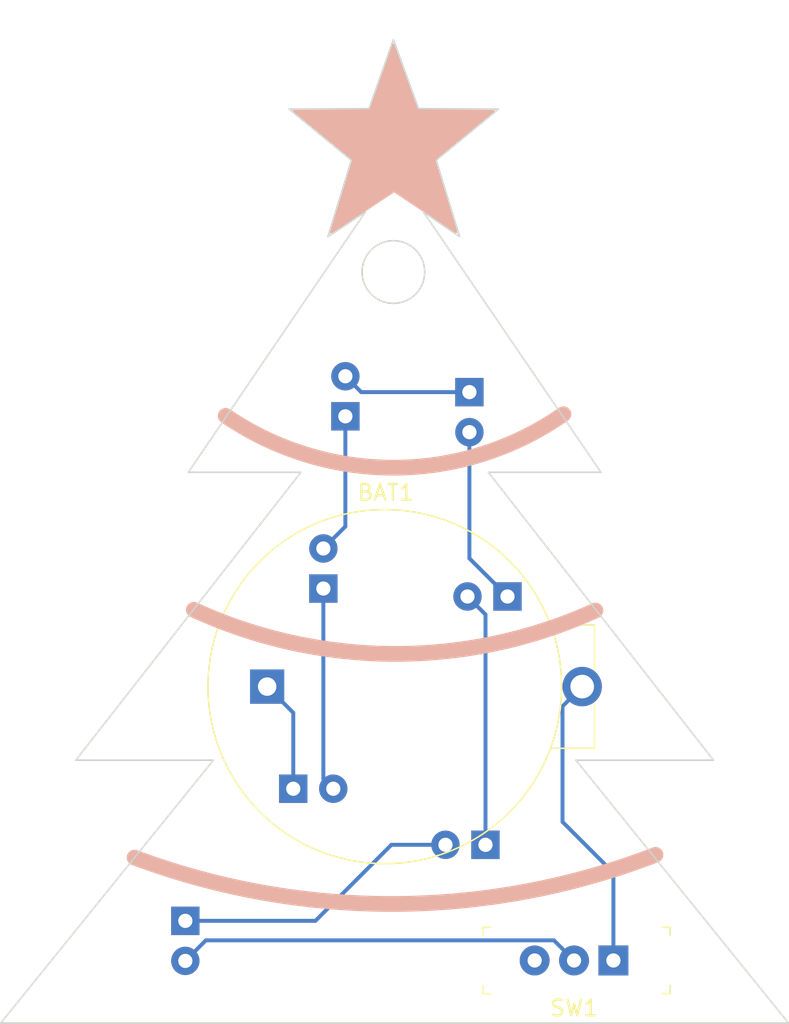
<source format=kicad_pcb>
(kicad_pcb (version 20211014) (generator pcbnew)
  (layers (0 "F.Cu" signal) (31 "B.Cu" signal) (34 "B.Paste" user) (35 "F.Paste" user) (36 "B.SilkS" user "B.Silkscreen") (37 "F.SilkS" user "F.Silkscreen") (38 "B.Mask" user) (39 "F.Mask" user) (44 "Edge.Cuts" user))
  (net 0 "")
  (net 1 "Net-(BAT1-PadNeg)")
  (net 2 "Net-(BAT1-PadPos)")
  (net 3 "Net-(D1-Pad1)")
  (net 4 "Net-(D1-Pad2)")
  (net 5 "Net-(D2-Pad1)")
  (net 6 "Net-(D3-Pad1)")
  (net 7 "Net-(D4-Pad1)")
  (net 8 "Net-(D5-Pad1)")
  (net 9 "Net-(D6-Pad1)")
  (footprint "digikey-footprints:Switch_Slide_11.6x4mm_EG1218" (layer "F.Cu") (at 174.62375 138.90625 180)
    (fp_text reference "SW1" (at 2.49 -3.02) (layer "F.SilkS"))
    (fp_text value "SW_SPST")
    (fp_line (start 8.3 2.1) (end 7.8 2.1) (layer "F.SilkS") (width 0.1))
    (fp_line (start -3.6 -2.1) (end -3.6 -1.6) (layer "F.SilkS") (width 0.1))
    (fp_line (start 8.3 2.1) (end 8.3 1.6) (layer "F.SilkS") (width 0.1))
    (fp_line (start -3.6 2.1) (end -3.1 2.1) (layer "F.SilkS") (width 0.1))
    (fp_line (start 8.3 -2.1) (end 8.3 -1.6) (layer "F.SilkS") (width 0.1))
    (fp_line (start -3.6 -2.1) (end -3.1 -2.1) (layer "F.SilkS") (width 0.1))
    (fp_line (start -3.6 2.1) (end -3.6 1.6) (layer "F.SilkS") (width 0.1))
    (fp_line (start 8.3 -2.1) (end 7.8 -2.1) (layer "F.SilkS") (width 0.1))
    (pad "1" thru_hole rect locked (at 0 0 180) (size 1.9 1.9) (drill 0.9) (layers *.Cu *.Mask) (net 2 "Net-(BAT1-PadPos)"))
    (pad "2" thru_hole circle locked (at 2.5 0 180) (size 1.9 1.9) (drill 0.9) (layers *.Cu *.Mask) (net 4 "Net-(D1-Pad2)"))
    (pad "3" thru_hole circle locked (at 5 0 180) (size 1.9 1.9) (drill 0.9) (layers *.Cu *.Mask))
  )
  (footprint "digikey-footprints:Battery_Holder_Coin_2032_BS-7" (layer "F.Cu") (at 152.6413 121.539)
    (fp_text reference "BAT1" (at 7.52856 -12.3063) (layer "F.SilkS"))
    (fp_text value "BS-7")
    (fp_line (start 18.034 -3.9116) (end 20.7772 -3.9116) (layer "F.SilkS") (width 0.1))
    (fp_line (start 20.7772 -3.9116) (end 20.7772 -1.0668) (layer "F.SilkS") (width 0.1))
    (fp_line (start 20.7772 3.9116) (end 20.7772 1.0668) (layer "F.SilkS") (width 0.1))
    (fp_line (start 18.034 3.9116) (end 20.7772 3.9116) (layer "F.SilkS") (width 0.1))
    (fp_circle (center 7.4676 0) (end -3.7592 0) (layer "F.SilkS") (width 0.1) (fill none))
    (pad "Neg" thru_hole rect locked (at 0 0) (size 2.17 2.17) (drill 1.17) (layers *.Cu *.Mask) (net 1 "Net-(BAT1-PadNeg)"))
    (pad "Pos" thru_hole circle locked (at 20 0) (size 2.5 2.5) (drill 1.5) (layers *.Cu *.Mask) (net 2 "Net-(BAT1-PadPos)"))
  )
  (footprint "LED_THT:LED_D5.0mm" (layer "B.Cu") (at 156.21 115.321 90)
    (fp_text reference "D6" hide)
    (fp_text value "LED" hide)
    (pad "1" thru_hole rect (at 0 0 90) (size 1.8 1.8) (drill 0.9) (layers *.Cu *.Mask) (net 9 "Net-(D6-Pad1)"))
    (pad "2" thru_hole circle (at 2.54 0 90) (size 1.8 1.8) (drill 0.9) (layers *.Cu *.Mask) (net 8 "Net-(D5-Pad1)"))
  )
  (footprint "LED_THT:LED_D5.0mm" (layer "B.Cu") (at 154.3 128.016)
    (fp_text reference "D7" hide)
    (fp_text value "LED" hide)
    (pad "1" thru_hole rect (at 0 0) (size 1.8 1.8) (drill 0.9) (layers *.Cu *.Mask) (net 1 "Net-(BAT1-PadNeg)"))
    (pad "2" thru_hole circle (at 2.54 0) (size 1.8 1.8) (drill 0.9) (layers *.Cu *.Mask) (net 9 "Net-(D6-Pad1)"))
  )
  (footprint "LED_THT:LED_D5.0mm" (layer "B.Cu") (at 165.481 102.865 -90)
    (fp_text reference "D4" hide)
    (fp_text value "LED" hide)
    (pad "1" thru_hole rect (at 0 0 270) (size 1.8 1.8) (drill 0.9) (layers *.Cu *.Mask) (net 7 "Net-(D4-Pad1)"))
    (pad "2" thru_hole circle (at 2.54 0 270) (size 1.8 1.8) (drill 0.9) (layers *.Cu *.Mask) (net 6 "Net-(D3-Pad1)"))
  )
  (footprint "LED_THT:LED_D5.0mm" (layer "B.Cu") (at 167.899 115.824 180)
    (fp_text reference "D3" hide)
    (fp_text value "LED" hide)
    (pad "1" thru_hole rect (at 0 0 180) (size 1.8 1.8) (drill 0.9) (layers *.Cu *.Mask) (net 6 "Net-(D3-Pad1)"))
    (pad "2" thru_hole circle (at 2.54 0 180) (size 1.8 1.8) (drill 0.9) (layers *.Cu *.Mask) (net 5 "Net-(D2-Pad1)"))
  )
  (footprint "LED_THT:LED_D5.0mm" (layer "B.Cu") (at 166.502 131.572 180)
    (fp_text reference "D2" hide)
    (fp_text value "LED" hide)
    (pad "1" thru_hole rect (at 0 0 180) (size 1.8 1.8) (drill 0.9) (layers *.Cu *.Mask) (net 5 "Net-(D2-Pad1)"))
    (pad "2" thru_hole circle (at 2.54 0 180) (size 1.8 1.8) (drill 0.9) (layers *.Cu *.Mask) (net 3 "Net-(D1-Pad1)"))
  )
  (footprint "LED_THT:LED_D5.0mm" (layer "B.Cu") (at 147.447 136.393 -90)
    (fp_text reference "D1" hide)
    (fp_text value "LED" hide)
    (pad "1" thru_hole rect (at 0 0 270) (size 1.8 1.8) (drill 0.9) (layers *.Cu *.Mask) (net 3 "Net-(D1-Pad1)"))
    (pad "2" thru_hole circle (at 2.54 0 270) (size 1.8 1.8) (drill 0.9) (layers *.Cu *.Mask) (net 4 "Net-(D1-Pad2)"))
  )
  (footprint "LED_THT:LED_D5.0mm" (layer "B.Cu") (at 157.607 104.399 90)
    (fp_text reference "D5" hide)
    (fp_text value "LED" hide)
    (pad "1" thru_hole rect (at 0 0 90) (size 1.8 1.8) (drill 0.9) (layers *.Cu *.Mask) (net 8 "Net-(D5-Pad1)"))
    (pad "2" thru_hole circle (at 2.54 0 90) (size 1.8 1.8) (drill 0.9) (layers *.Cu *.Mask) (net 7 "Net-(D4-Pad1)"))
  )
  (gr_arc (start 173.482 116.712999) (mid 160.729047 119.464728) (end 147.985665 116.66901) (layer "B.SilkS") (width 1))
  (gr_arc (start 177.292 132.207) (mid 160.774104 135.321252) (end 144.224287 132.381356) (layer "B.SilkS") (width 1))
  (gr_arc (start 171.45 104.267) (mid 160.745749 107.657517) (end 150.009407 104.370032) (layer "B.SilkS") (width 1))
  (gr_line (start 158.877 91.44) (end 156.5 93.01) (layer "Edge.Cuts") (width 0.1))
  (gr_line (start 160.655 80.518) (end 162.25 84.89) (layer "Edge.Cuts") (width 0.1))
  (gr_line (start 164.86 93.01) (end 162.56 91.44) (layer "Edge.Cuts") (width 0.1))
  (gr_line (start 156.5 93.01) (end 157.99 88.16) (layer "Edge.Cuts") (width 0.1))
  (gr_line (start 180.975 126.20625) (end 166.6875 107.95) (layer "Edge.Cuts") (width 0.1))
  (gr_line (start 172.24375 126.20625) (end 180.18125 126.20625) (layer "Edge.Cuts") (width 0.1))
  (gr_line (start 180.18125 126.20625) (end 180.975 126.20625) (layer "Edge.Cuts") (width 0.1))
  (gr_line (start 149.225 126.20625) (end 135.73125 142.875) (layer "Edge.Cuts") (width 0.1))
  (gr_line (start 147.6375 107.95) (end 154.78125 107.95) (layer "Edge.Cuts") (width 0.1))
  (gr_line (start 159.11 84.89) (end 160.655 80.518) (layer "Edge.Cuts") (width 0.1))
  (gr_circle (center 160.655 95.25) (end 161.544 93.472) (layer "Edge.Cuts") (width 0.1) (fill none))
  (gr_line (start 158.877 91.44) (end 147.6375 107.95) (layer "Edge.Cuts") (width 0.1))
  (gr_line (start 167.32 84.92) (end 163.37 88.16) (layer "Edge.Cuts") (width 0.1))
  (gr_line (start 154.04 84.92) (end 159.11 84.89) (layer "Edge.Cuts") (width 0.1))
  (gr_line (start 140.49375 126.20625) (end 141.2875 126.20625) (layer "Edge.Cuts") (width 0.1))
  (gr_line (start 173.83125 107.95) (end 162.56 91.44) (layer "Edge.Cuts") (width 0.1))
  (gr_line (start 166.6875 107.95) (end 173.83125 107.95) (layer "Edge.Cuts") (width 0.1))
  (gr_line (start 141.2875 126.20625) (end 149.225 126.20625) (layer "Edge.Cuts") (width 0.1))
  (gr_line (start 185.7375 142.875) (end 172.24375 126.20625) (layer "Edge.Cuts") (width 0.1))
  (gr_line (start 135.73125 142.875) (end 185.7375 142.875) (layer "Edge.Cuts") (width 0.1))
  (gr_line (start 154.78125 107.95) (end 140.49375 126.20625) (layer "Edge.Cuts") (width 0.1))
  (gr_line (start 157.99 88.16) (end 154.04 84.92) (layer "Edge.Cuts") (width 0.1))
  (gr_line (start 162.25 84.89) (end 167.32 84.92) (layer "Edge.Cuts") (width 0.1))
  (gr_line (start 163.37 88.16) (end 164.86 93.01) (layer "Edge.Cuts") (width 0.1))
  (segment (start 154.3 128.016) (end 154.3 123.1977) (width 0.25) (layer "B.Cu") (net 1))
  (segment (start 154.3 123.1977) (end 152.6413 121.539) (width 0.25) (layer "B.Cu") (net 1))
  (segment (start 174.62375 138.90625) (end 174.62375 133.35125) (width 0.25) (layer "B.Cu") (net 2))
  (segment (start 171.391301 130.116301) (end 174.625 133.35) (width 0.25) (layer "B.Cu") (net 2))
  (segment (start 174.62375 133.35125) (end 174.625 133.35) (width 0.25) (layer "B.Cu") (net 2))
  (segment (start 171.391301 122.788999) (end 171.391301 130.116301) (width 0.25) (layer "B.Cu") (net 2))
  (segment (start 172.6413 121.539) (end 171.391301 122.788999) (width 0.25) (layer "B.Cu") (net 2))
  (segment (start 155.707 136.393) (end 160.528 131.572) (width 0.25) (layer "B.Cu") (net 3))
  (segment (start 147.447 136.393) (end 155.707 136.393) (width 0.25) (layer "B.Cu") (net 3))
  (segment (start 160.528 131.572) (end 163.962 131.572) (width 0.25) (layer "B.Cu") (net 3))
  (segment (start 148.748261 137.631739) (end 170.849239 137.631739) (width 0.25) (layer "B.Cu") (net 4))
  (segment (start 170.849239 137.631739) (end 172.12375 138.90625) (width 0.25) (layer "B.Cu") (net 4))
  (segment (start 147.447 138.933) (end 148.748261 137.631739) (width 0.25) (layer "B.Cu") (net 4))
  (segment (start 166.502 116.967) (end 165.359 115.824) (width 0.25) (layer "B.Cu") (net 5))
  (segment (start 166.502 131.572) (end 166.502 116.967) (width 0.25) (layer "B.Cu") (net 5))
  (segment (start 167.899 115.824) (end 165.481 113.406) (width 0.25) (layer "B.Cu") (net 6))
  (segment (start 165.481 113.406) (end 165.481 105.405) (width 0.25) (layer "B.Cu") (net 6))
  (segment (start 158.613 102.865) (end 157.607 101.859) (width 0.25) (layer "B.Cu") (net 7))
  (segment (start 165.481 102.865) (end 158.613 102.865) (width 0.25) (layer "B.Cu") (net 7))
  (segment (start 157.607 104.399) (end 157.607 111.384) (width 0.25) (layer "B.Cu") (net 8))
  (segment (start 157.607 111.384) (end 156.21 112.781) (width 0.25) (layer "B.Cu") (net 8))
  (segment (start 156.21 115.321) (end 156.21 127.386) (width 0.25) (layer "B.Cu") (net 9))
  (segment (start 156.21 127.386) (end 156.84 128.016) (width 0.25) (layer "B.Cu") (net 9))
  (zone (net 0) (net_name "") (layer "B.SilkS") (connect_pads (clearance 0.508)) (min_thickness 0.254) (fill yes (thermal_gap 0.508) (thermal_bridge_width 0.508))
    (polygon (pts (xy 169.4 81.9) (xy 164.9 93) (xy 160.7 90.2) (xy 156.372998 93.077909) (xy 149.072998 81.177909) (xy 158.9 78)))
  )
)
</source>
